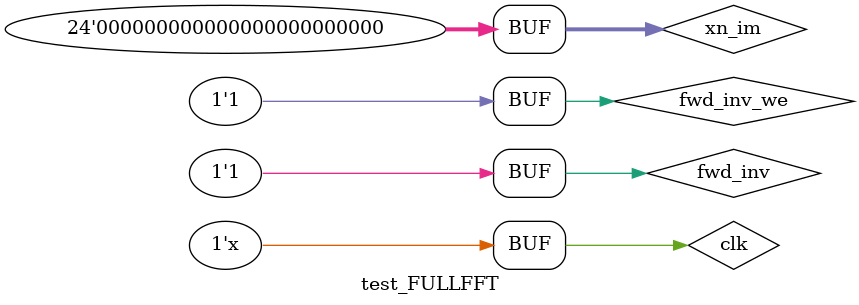
<source format=v>
`timescale 1ns / 1ps



module test_FULLFFT;

	// Inputs
	reg clk;
	reg start;
	reg unload;
	reg fwd_inv;
	reg fwd_inv_we;
	reg [23:0] xn_re;
	reg [23:0] xn_im;

	// Outputs
	wire rfd;
	wire busy;
	wire edone;
	wire done;
	wire dv;
	wire [12:0] xn_index;
	wire [12:0] xk_index;
	wire [37:0] xk_re;
	wire [37:0] xk_im;

	// Instantiate the Unit Under Test (UUT)
	fft_8192 uut (
		.clk(clk), 
		.start(start), 
		.unload(unload), 
		.fwd_inv(fwd_inv), 
		.fwd_inv_we(fwd_inv_we), 
		.rfd(rfd), 
		.busy(busy), 
		.edone(edone), 
		.done(done), 
		.dv(dv), 
		.xn_re(xn_re), 
		.xn_im(xn_im), 
		.xn_index(xn_index), 
		.xk_index(xk_index), 
		.xk_re(xk_re), 
		.xk_im(xk_im)
	);
always begin
			#5 clk = ~clk;
		end
	initial begin
		// Initialize Inputs
		clk = 0;
		start = 0;
		unload = 0;
		xn_re = 24'h000002;
		xn_im = 0;
		fwd_inv = 1;
		fwd_inv_we = 1;

		// Wait 100 ns for global reset to finish
		#10;
      start = 1;  
		// Add stimulus here
		#1000;
		start = 1;
		
		
	end
	
	always @(posedge clk)begin
		if(rfd )begin
			// output ready
			case (xn_index)
				0: xn_re <= 24'h000000;
				1: xn_re <= 24'h000002;
				2: xn_re <= 24'h000000;
				3:xn_re <= 24'h000002;
				4:xn_re <= 24'h000000;
				5:xn_re <= 24'h000002;
				6:xn_re <= 24'h000000;
				7: xn_re <= 24'h000002;
				default: xn_re <= 24'h000002;
			endcase
			start <= 1;
		end
		if(done) begin
			//output ready
			unload <= 1;
			start <= 0;
		end
	end
endmodule


</source>
